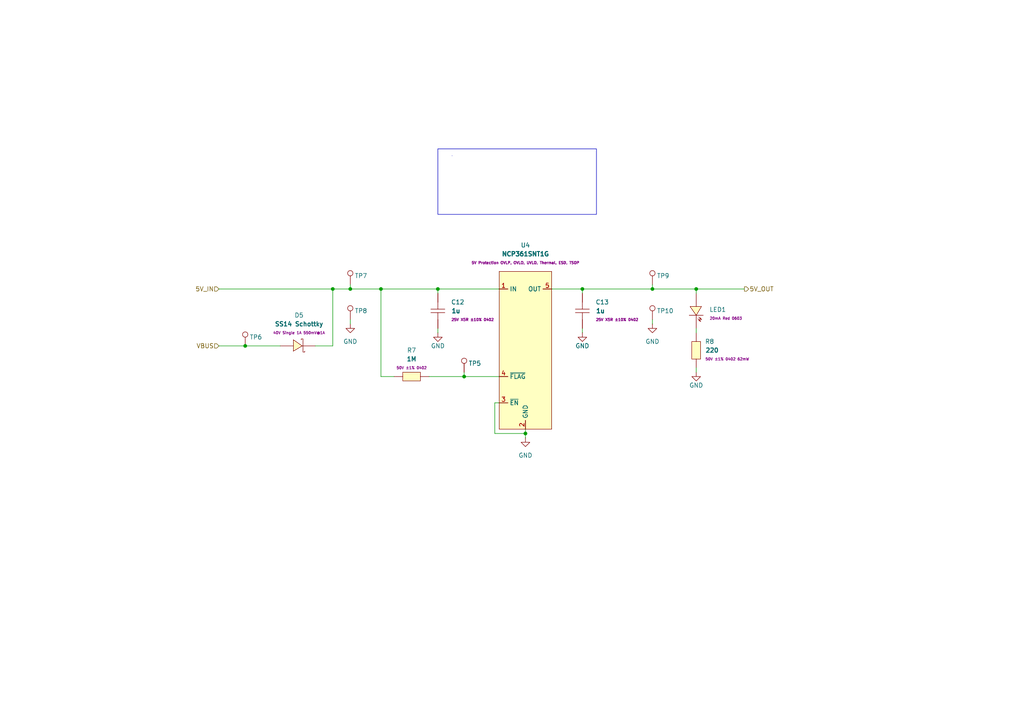
<source format=kicad_sch>
(kicad_sch (version 20231120) (generator "eeschema") (generator_version "8.0")
  (paper "A4")
  (lib_symbols
    (symbol "Connector:TestPoint" (pin_numbers hide) (pin_names (offset 0.762) hide)
      (property "Reference" "TP" (at 0 6.858 0))
      (property "Value" "TestPoint" (at 0 5.08 0))
      (symbol "TestPoint_0_1"
        (circle (center 0 3.302) (radius 0.762))
      )
      (symbol "TestPoint_1_1"
        (pin passive line (at 0 0 90) (length 2.54) (name "1") (number "1"))
      )
    )
    (symbol "LiveAstra:C_1uF_X5R_0402" (pin_numbers hide) (pin_names hide)
      (property "Reference" "C" (at 0 8.89 0))
      (property "Value" "1u" (at 0 6.35 0))
      (property "Extra Values" "25V X5R ±10% 0402" (at 0 3.81 0))
      (symbol "C_1uF_X5R_0402_0_1"
        (polyline (pts (xy -0.51 -2.03) (xy -0.51 2.03)))
        (polyline (pts (xy -0.51 0) (xy -2.54 0)))
        (polyline (pts (xy 0.51 2.03) (xy 0.51 -2.03)))
        (polyline (pts (xy 2.54 0) (xy 0.51 0)))
      )
      (symbol "C_1uF_X5R_0402_1_1"
        (pin passive line (at -5.08 0 0) (length 2.54) (name "1") (number "1"))
        (pin passive line (at 5.08 0 180) (length 2.54) (name "2") (number "2"))
      )
    )
    (symbol "LiveAstra:D_Schottky_1A_40V" (pin_numbers hide) (pin_names hide)
      (property "Reference" "D" (at 0 8.89 0))
      (property "Value" "SS14 Schottky" (at 0 6.35 0))
      (property "Extra Values" "40V Single 1A 550mV@1A" (at 0 3.81 0))
      (symbol "D_Schottky_1A_40V_0_1"
        (polyline (pts (xy 1.27 1.52) (xy -1.27 0) (xy 1.27 -1.78) (xy 1.27 1.52)) (fill (type background)))
        (polyline (pts (xy -2.03 1.52) (xy -2.03 1.78) (xy -1.52 1.78) (xy -1.52 -2.03) (xy -1.02 -2.03) (xy -1.02 -1.78)))
      )
      (symbol "D_Schottky_1A_40V_1_1"
        (pin passive line (at -5.08 0 0) (length 3.81) (name "K") (number "1"))
        (pin passive line (at 5.08 0 180) (length 3.81) (name "A") (number "2"))
      )
    )
    (symbol "LiveAstra:LED_RED_20mA_0603" (pin_numbers hide) (pin_names hide)
      (property "Reference" "LED" (at 0 8.89 0))
      (property "Extra Values" "20mA Red 0603" (at 0 6.35 0))
      (symbol "LED_RED_20mA_0603_0_1"
        (polyline (pts (xy 1.27 -2.03) (xy 1.27 2.03)))
        (polyline (pts (xy 1.778 0.762) (xy 2.286 1.27)))
        (polyline (pts (xy 2.286 0.508) (xy 2.794 1.016)))
        (polyline (pts (xy -1.27 1.52) (xy 1.27 0) (xy -1.27 -1.78) (xy -1.27 1.52)) (fill (type background)))
        (polyline (pts (xy 2.54 1.524) (xy 2.286 1.016) (xy 2.032 1.27) (xy 2.54 1.524)) (fill (type background)))
        (polyline (pts (xy 3.048 1.27) (xy 2.794 0.762) (xy 2.54 1.016) (xy 3.048 1.27)) (fill (type background)))
      )
      (symbol "LED_RED_20mA_0603_1_1"
        (pin passive line (at 5.08 0 180) (length 3.81) (name "K") (number "1"))
        (pin passive line (at -5.08 0 0) (length 3.81) (name "A") (number "2"))
      )
    )
    (symbol "LiveAstra:R_1MOhm_0402_62mW" (pin_numbers hide) (pin_names hide)
      (property "Reference" "R" (at 0 7.62 0))
      (property "Value" "1M" (at 0 5.08 0))
      (property "Extra Values" "50V ±1% 0402" (at 0 2.54 0))
      (symbol "R_1MOhm_0402_62mW_0_1"
        (rectangle (start -2.54 1.27) (end 2.54 -1.27) (fill (type background)))
      )
      (symbol "R_1MOhm_0402_62mW_1_1"
        (pin passive line (at -5.08 0 0) (length 2.54) (name "1") (number "1"))
        (pin passive line (at 5.08 0 180) (length 2.54) (name "2") (number "2"))
      )
    )
    (symbol "LiveAstra:R_220Ohm_0402_62mW" (pin_numbers hide) (pin_names hide)
      (property "Reference" "R" (at 0 7.62 0))
      (property "Value" "220" (at 0 5.08 0))
      (property "Extra Values" "50V ±1% 0402 62mW" (at 0 2.54 0))
      (symbol "R_220Ohm_0402_62mW_0_1"
        (rectangle (start -2.54 1.27) (end 2.54 -1.27) (fill (type background)))
      )
      (symbol "R_220Ohm_0402_62mW_1_1"
        (pin passive line (at -5.08 0 0) (length 2.54) (name "1") (number "1"))
        (pin passive line (at 5.08 0 180) (length 2.54) (name "2") (number "2"))
      )
    )
    (symbol "LiveAstra:U_5V_Protection_IC_TSOP"
      (property "Reference" "U" (at 0 33.02 0))
      (property "Value" "NCP361SNT1G" (at 0 29.21 0))
      (property "Extra Values" "5V Protection OVLP, OVLO, UVLO, Thermal, ESD, TSOP" (at 1.27 25.4 0))
      (symbol "U_5V_Protection_IC_TSOP_0_1"
        (rectangle (start -7.62 22.86) (end 7.62 -22.86) (fill (type background)))
      )
      (symbol "U_5V_Protection_IC_TSOP_1_1"
        (pin power_in line (at -7.62 17.78 0) (length 2.54) (name "IN") (number "1"))
        (pin power_in line (at 0 -22.86 90) (length 2.54) (name "GND") (number "2"))
        (pin input line (at -7.62 -15.24 0) (length 2.54) (name "~{EN}") (number "3"))
        (pin input line (at -7.62 -7.62 0) (length 2.54) (name "~{FLAG}") (number "4"))
        (pin power_out line (at 7.62 17.78 180) (length 2.54) (name "OUT") (number "5"))
      )
    )
    (symbol "power:GND" (power) (pin_numbers hide) (pin_names (offset 0) hide)
      (property "Value" "GND" (at 0 -3.81 0))
      (symbol "GND_0_1"
        (polyline (pts (xy 0 0) (xy 0 -1.27) (xy 1.27 -1.27) (xy 0 -2.54) (xy -1.27 -1.27) (xy 0 -1.27)))
      )
      (symbol "GND_1_1"
        (pin power_in line (at 0 0 270) (length 0) (name "~") (number "1"))
      )
    )
  )
  (junction (at 96.52 83.82))
  (junction (at 71.12 100.33))
  (junction (at 189.23 83.82))
  (junction (at 201.93 83.82))
  (junction (at 134.62 109.22))
  (junction (at 101.6 83.82))
  (junction (at 127 83.82))
  (junction (at 110.49 83.82))
  (junction (at 168.91 83.82))
  (junction (at 152.4 125.73))
  (wire (pts (xy 201.93 85.09) (xy 201.93 83.82)))
  (wire (pts (xy 160.02 83.82) (xy 168.91 83.82)))
  (wire (pts (xy 71.12 100.33) (xy 63.5 100.33)))
  (wire (pts (xy 189.23 82.55) (xy 189.23 83.82)))
  (wire (pts (xy 152.4 125.73) (xy 152.4 127)))
  (wire (pts (xy 201.93 83.82) (xy 215.9 83.82)))
  (wire (pts (xy 63.5 83.82) (xy 96.52 83.82)))
  (wire (pts (xy 127 85.09) (xy 127 83.82)))
  (wire (pts (xy 101.6 82.55) (xy 101.6 83.82)))
  (wire (pts (xy 168.91 83.82) (xy 168.91 85.09)))
  (wire (pts (xy 168.91 83.82) (xy 189.23 83.82)))
  (wire (pts (xy 201.93 107.95) (xy 201.93 106.68)))
  (wire (pts (xy 189.23 93.98) (xy 189.23 92.71)))
  (wire (pts (xy 114.3 109.22) (xy 110.49 109.22)))
  (wire (pts (xy 101.6 83.82) (xy 110.49 83.82)))
  (wire (pts (xy 124.46 109.22) (xy 134.62 109.22)))
  (wire (pts (xy 152.4 124.46) (xy 152.4 125.73)))
  (wire (pts (xy 134.62 107.95) (xy 134.62 109.22)))
  (wire (pts (xy 134.62 109.22) (xy 144.78 109.22)))
  (wire (pts (xy 96.52 83.82) (xy 101.6 83.82)))
  (wire (pts (xy 143.51 116.84) (xy 143.51 125.73)))
  (wire (pts (xy 143.51 125.73) (xy 152.4 125.73)))
  (wire (pts (xy 110.49 83.82) (xy 127 83.82)))
  (wire (pts (xy 127 83.82) (xy 144.78 83.82)))
  (wire (pts (xy 96.52 100.33) (xy 96.52 83.82)))
  (wire (pts (xy 127 96.52) (xy 127 95.25)))
  (wire (pts (xy 110.49 83.82) (xy 110.49 109.22)))
  (wire (pts (xy 143.51 116.84) (xy 144.78 116.84)))
  (wire (pts (xy 101.6 93.98) (xy 101.6 92.71)))
  (wire (pts (xy 189.23 83.82) (xy 201.93 83.82)))
  (wire (pts (xy 91.44 100.33) (xy 96.52 100.33)))
  (wire (pts (xy 168.91 96.52) (xy 168.91 95.25)))
  (wire (pts (xy 201.93 96.52) (xy 201.93 95.25)))
  (polyline (pts (xy 131.1167 45.18) (xy 131.1167 45.18)) (stroke (width -0.0001) (type solid)))
  (wire (pts (xy 71.12 100.33) (xy 81.28 100.33)))
  (rectangle (start 127 43.18) (end 173 62.18))
  (text "Information" (at 135.25 48.68 0) (effects (font (size 3 3)) (justify left)))
  (text "Overvoltage: 5.67V\nUndervoltage: 3V\nMax current: 600mA - 780mA\nMax V_{IN}: 21V" (at 129 52.43 0) (effects (font (size 1.5 1.5)) (justify left top)))
  (hierarchical_label "5V_OUT" (shape output) (at 215.9 83.82 0))
  (hierarchical_label "5V_IN" (shape input) (at 63.5 83.82 180))
  (hierarchical_label "VBUS" (shape input) (at 63.5 100.33 180))
  (symbol (lib_id "LiveAstra:C_1uF_X5R_0402") (at 127 90.17 90) (unit 1)
    (property "Reference" "C12" (at 130.81 87.6299 90) (effects (justify right)))
    (property "Value" "1u" (at 130.81 90.17 90) (effects (font (bold yes)) (justify right)))
    (property "Footprint" "LiveAstra:C0402" (effects (hide yes)))
    (property "Datasheet" "https://lcsc.com/product-detail/Multilayer-Ceramic-Capacitors-MLCC-SMD-SMT_SAMSUNG_CL05A105KA5NQNC_1uF-105-10-25V_C52923.html" (effects (hide yes)))
    (property "Description" "Multilayer Ceramic Capacitor" (effects (hide yes)))
    (property "LCSC Part" "C52923" (effects (hide yes)))
    (property "Extra Values" "25V X5R ±10% 0402" (at 130.81 92.7099 90) (effects (font (size 0.762 0.762) (bold yes)) (justify right)))
  )
  (symbol (lib_id "LiveAstra:LED_RED_20mA_0603") (at 201.93 90.17 270) (unit 1)
    (property "Reference" "LED1" (at 205.74 89.7889 90) (effects (justify left)))
    (property "Value" "LED_RED_20mA_0603" (effects (hide yes)))
    (property "Footprint" "LiveAstra:LED0603-RD" (effects (hide yes)))
    (property "Datasheet" "https://lcsc.com/product-detail/Light-Emitting-Diodes-LED_Red-LED-0603_C2286.html" (effects (hide yes)))
    (property "Description" "0603 Smd LED Emitting Color Red" (effects (hide yes)))
    (property "LCSC Part" "C2286" (effects (hide yes)))
    (property "Extra Values" "20mA Red 0603" (at 205.74 92.3289 90) (effects (font (size 0.762 0.762) (bold yes)) (justify left)))
  )
  (symbol (lib_id "Connector:TestPoint") (at 101.6 82.55 0) (unit 1)
    (property "Reference" "TP7" (at 102.87 80.01 0) (effects (justify left)))
    (property "Value" "TestPoint" (effects (hide yes)))
    (property "Footprint" "TestPoint:TestPoint_Keystone_5000-5004_Miniature" (effects (hide yes)))
    (property "Description" "test point" (effects (hide yes)))
  )
  (symbol (lib_id "LiveAstra:R_220Ohm_0402_62mW") (at 201.93 101.6 270) (unit 1)
    (property "Reference" "R8" (at 204.47 99.0599 90) (effects (justify left)))
    (property "Value" "220" (at 204.47 101.6 90) (effects (font (bold yes)) (justify left)))
    (property "Footprint" "LiveAstra:R0402" (effects (hide yes)))
    (property "Datasheet" "https://lcsc.com/product-detail/Chip-Resistor-Surface-Mount-UniOhm_220R-2200-1_C25091.html" (effects (hide yes)))
    (property "Description" "Thick Film Resistors" (effects (hide yes)))
    (property "LCSC Part" "C25091" (effects (hide yes)))
    (property "Extra Values" "50V ±1% 0402 62mW" (at 204.47 104.1399 90) (effects (font (size 0.762 0.762) (bold yes)) (justify left)))
  )
  (symbol (lib_id "Connector:TestPoint") (at 189.23 82.55 0) (unit 1)
    (property "Reference" "TP9" (at 190.5 80.01 0) (effects (justify left)))
    (property "Value" "TestPoint" (effects (hide yes)))
    (property "Footprint" "TestPoint:TestPoint_Keystone_5000-5004_Miniature" (effects (hide yes)))
    (property "Description" "test point" (effects (hide yes)))
  )
  (symbol (lib_id "LiveAstra:R_1MOhm_0402_62mW") (at 119.38 109.22 180) (unit 1)
    (property "Reference" "R7" (at 119.38 101.6 0))
    (property "Value" "1M" (at 119.38 104.14 0) (effects (font (bold yes))))
    (property "Footprint" "LiveAstra:R0402" (effects (hide yes)))
    (property "Datasheet" "https://lcsc.com/product-detail/Chip-Resistor-Surface-Mount-UniOhm_1MR-1004-1_C26083.html" (effects (hide yes)))
    (property "Description" "SMD Thick Film Resistor" (effects (hide yes)))
    (property "LCSC Part" "C26083" (effects (hide yes)))
    (property "Extra Values" "50V ±1% 0402" (at 119.38 106.68 0) (effects (font (size 0.762 0.762) (bold yes))))
  )
  (symbol (lib_id "LiveAstra:D_Schottky_1A_40V") (at 86.36 100.33 180) (unit 1)
    (property "Reference" "D5" (at 86.74 91.44 0))
    (property "Value" "SS14 Schottky" (at 86.74 93.98 0) (effects (font (bold yes))))
    (property "Footprint" "LiveAstra:SMA_L4.2-W2.6-LS5.3-RD" (effects (hide yes)))
    (property "Datasheet" "https://lcsc.com/product-detail/Schottky-Barrier-Diodes-SBD_SS14_C2480.html" (effects (hide yes)))
    (property "Description" "Schottky Barrier Diode" (effects (hide yes)))
    (property "LCSC Part" "C2480" (effects (hide yes)))
    (property "Extra Values" "40V Single 1A 550mV@1A" (at 86.74 96.52 0) (effects (font (size 0.762 0.762) (bold yes))))
  )
  (symbol (lib_id "Connector:TestPoint") (at 134.62 107.95 0) (unit 1)
    (property "Reference" "TP5" (at 135.89 105.41 0) (effects (justify left)))
    (property "Value" "TestPoint" (effects (hide yes)))
    (property "Footprint" "TestPoint:TestPoint_Keystone_5000-5004_Miniature" (effects (hide yes)))
    (property "Description" "test point" (effects (hide yes)))
  )
  (symbol (lib_id "power:GND") (at 201.93 107.95 0) (unit 1)
    (property "Reference" "#PWR029" (effects (hide yes)))
    (property "Value" "GND" (at 201.93 111.76 0))
    (property "Description" "Power symbol creates a global label with name \"GND\" , ground" (effects (hide yes)))
  )
  (symbol (lib_id "power:GND") (at 168.91 96.52 0) (unit 1)
    (property "Reference" "#PWR028" (effects (hide yes)))
    (property "Value" "GND" (at 168.91 100.33 0))
    (property "Description" "Power symbol creates a global label with name \"GND\" , ground" (effects (hide yes)))
  )
  (symbol (lib_id "LiveAstra:U_5V_Protection_IC_TSOP") (at 152.4 101.6 0) (unit 1)
    (property "Reference" "U4" (at 152.4 71.12 0))
    (property "Value" "NCP361SNT1G" (at 152.4 73.66 0) (effects (font (bold yes))))
    (property "Footprint" "LiveAstra:TSOP-5_L3.0-W1.5-P0.95-BL" (effects (hide yes)))
    (property "Datasheet" "https://lcsc.com/product-detail/PMIC-Supervisors_ON-Semicon_NCP361SNT1G_ON-Semicon-ON-NCP361SNT1G_C233714.html" (effects (hide yes)))
    (property "Description" "USB Positive Overvoltage Protection Controller with Internal PMOS FET and Overcurrent Protection" (effects (hide yes)))
    (property "LCSC Part" "C233714" (effects (hide yes)))
    (property "Extra Values" "5V Protection OVLP, OVLO, UVLO, Thermal, ESD, TSOP" (at 152.4 76.2 0) (effects (font (size 0.762 0.762) (bold yes))))
  )
  (symbol (lib_id "power:GND") (at 152.4 127 0) (unit 1)
    (property "Reference" "#PWR026" (effects (hide yes)))
    (property "Value" "GND" (at 152.4 132.08 0))
    (property "Description" "Power symbol creates a global label with name \"GND\" , ground" (effects (hide yes)))
  )
  (symbol (lib_id "Connector:TestPoint") (at 189.23 92.71 0) (unit 1)
    (property "Reference" "TP10" (at 190.5 90.17 0) (effects (justify left)))
    (property "Value" "TestPoint" (effects (hide yes)))
    (property "Footprint" "TestPoint:TestPoint_Keystone_5000-5004_Miniature" (effects (hide yes)))
    (property "Description" "test point" (effects (hide yes)))
  )
  (symbol (lib_id "power:GND") (at 189.23 93.98 0) (unit 1)
    (property "Reference" "#PWR035" (effects (hide yes)))
    (property "Value" "GND" (at 189.23 99.06 0))
    (property "Description" "Power symbol creates a global label with name \"GND\" , ground" (effects (hide yes)))
  )
  (symbol (lib_id "LiveAstra:C_1uF_X5R_0402") (at 168.91 90.17 270) (unit 1)
    (property "Reference" "C13" (at 172.72 87.6299 90) (effects (justify left)))
    (property "Value" "1u" (at 172.72 90.17 90) (effects (font (bold yes)) (justify left)))
    (property "Footprint" "LiveAstra:C0402" (effects (hide yes)))
    (property "Datasheet" "https://lcsc.com/product-detail/Multilayer-Ceramic-Capacitors-MLCC-SMD-SMT_SAMSUNG_CL05A105KA5NQNC_1uF-105-10-25V_C52923.html" (effects (hide yes)))
    (property "Description" "Multilayer Ceramic Capacitor" (effects (hide yes)))
    (property "LCSC Part" "C52923" (effects (hide yes)))
    (property "Extra Values" "25V X5R ±10% 0402" (at 172.72 92.7099 90) (effects (font (size 0.762 0.762) (bold yes)) (justify left)))
  )
  (symbol (lib_id "power:GND") (at 127 96.52 0) (unit 1)
    (property "Reference" "#PWR027" (effects (hide yes)))
    (property "Value" "GND" (at 127 100.33 0))
    (property "Description" "Power symbol creates a global label with name \"GND\" , ground" (effects (hide yes)))
  )
  (symbol (lib_id "power:GND") (at 101.6 93.98 0) (unit 1)
    (property "Reference" "#PWR034" (effects (hide yes)))
    (property "Value" "GND" (at 101.6 99.06 0))
    (property "Description" "Power symbol creates a global label with name \"GND\" , ground" (effects (hide yes)))
  )
  (symbol (lib_id "Connector:TestPoint") (at 101.6 92.71 0) (unit 1)
    (property "Reference" "TP8" (at 102.87 90.17 0) (effects (justify left)))
    (property "Value" "TestPoint" (effects (hide yes)))
    (property "Footprint" "TestPoint:TestPoint_Keystone_5000-5004_Miniature" (effects (hide yes)))
    (property "Description" "test point" (effects (hide yes)))
  )
  (symbol (lib_id "Connector:TestPoint") (at 71.12 100.33 0) (unit 1)
    (property "Reference" "TP6" (at 72.39 97.79 0) (effects (justify left)))
    (property "Value" "TestPoint" (effects (hide yes)))
    (property "Footprint" "TestPoint:TestPoint_Keystone_5000-5004_Miniature" (effects (hide yes)))
    (property "Description" "test point" (effects (hide yes)))
  )
)
</source>
